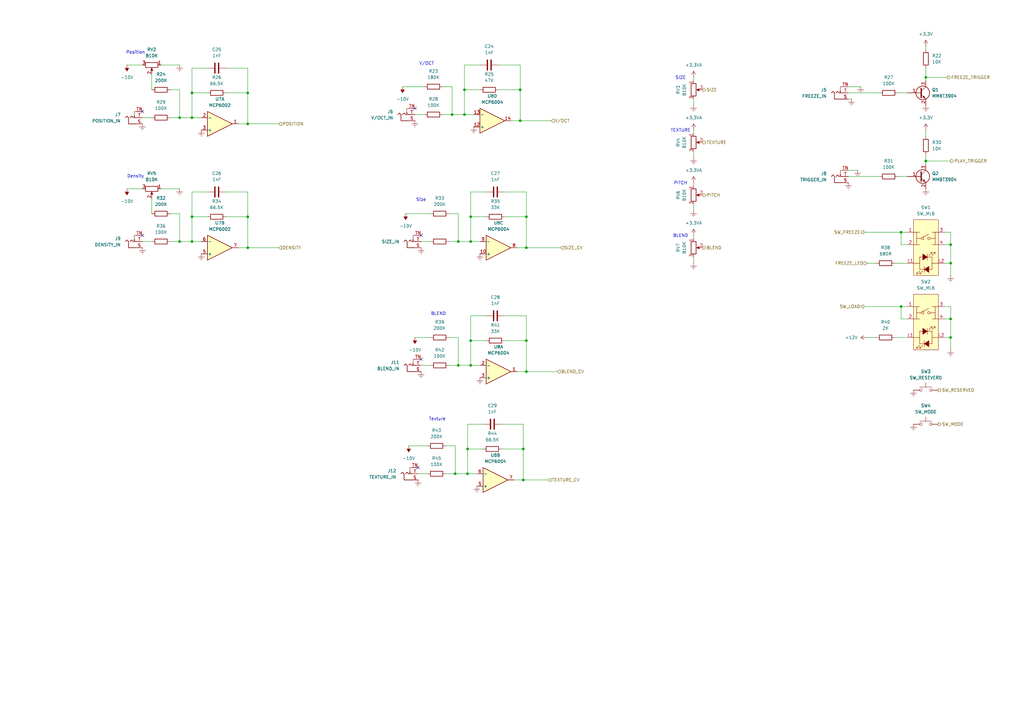
<source format=kicad_sch>
(kicad_sch (version 20231120) (generator "eeschema") (generator_version "8.0")
  (paper "A3")
  (lib_symbols
    (symbol "Amplifier_Operational:MCP6002-xSN" (pin_names (offset 0.127))
      (property "Reference" "U" (at 0 5.08 0))
      (property "Value" "MCP6002-xSN" (at 0 -5.08 0))
      (symbol "MCP6002-xSN_1_1"
        (polyline (pts (xy -5.08 5.08) (xy 5.08 0) (xy -5.08 -5.08) (xy -5.08 5.08)) (stroke (width 0.254)) (fill (type background)))
        (pin output line (at 7.62 0 180) (length 2.54) (name "~") (number "1"))
        (pin input line (at -7.62 -2.54 0) (length 2.54) (name "-") (number "2"))
        (pin input line (at -7.62 2.54 0) (length 2.54) (name "+") (number "3"))
      )
      (symbol "MCP6002-xSN_2_1"
        (polyline (pts (xy -5.08 5.08) (xy 5.08 0) (xy -5.08 -5.08) (xy -5.08 5.08)) (stroke (width 0.254)) (fill (type background)))
        (pin input line (at -7.62 2.54 0) (length 2.54) (name "+") (number "5"))
        (pin input line (at -7.62 -2.54 0) (length 2.54) (name "-") (number "6"))
        (pin output line (at 7.62 0 180) (length 2.54) (name "~") (number "7"))
      )
      (symbol "MCP6002-xSN_3_1"
        (pin power_in line (at -2.54 -7.62 90) (length 3.81) (name "V-") (number "4"))
        (pin power_in line (at -2.54 7.62 270) (length 3.81) (name "V+") (number "8"))
      )
    )
    (symbol "Amplifier_Operational:MCP6004" (pin_names (offset 0.127))
      (property "Reference" "U" (at 0 5.08 0))
      (property "Value" "MCP6004" (at 0 -5.08 0))
      (symbol "MCP6004_1_1"
        (polyline (pts (xy -5.08 5.08) (xy 5.08 0) (xy -5.08 -5.08) (xy -5.08 5.08)) (stroke (width 0.254)) (fill (type background)))
        (pin output line (at 7.62 0 180) (length 2.54) (name "~") (number "1"))
        (pin input line (at -7.62 -2.54 0) (length 2.54) (name "-") (number "2"))
        (pin input line (at -7.62 2.54 0) (length 2.54) (name "+") (number "3"))
      )
      (symbol "MCP6004_2_1"
        (polyline (pts (xy -5.08 5.08) (xy 5.08 0) (xy -5.08 -5.08) (xy -5.08 5.08)) (stroke (width 0.254)) (fill (type background)))
        (pin input line (at -7.62 2.54 0) (length 2.54) (name "+") (number "5"))
        (pin input line (at -7.62 -2.54 0) (length 2.54) (name "-") (number "6"))
        (pin output line (at 7.62 0 180) (length 2.54) (name "~") (number "7"))
      )
      (symbol "MCP6004_3_1"
        (polyline (pts (xy -5.08 5.08) (xy 5.08 0) (xy -5.08 -5.08) (xy -5.08 5.08)) (stroke (width 0.254)) (fill (type background)))
        (pin input line (at -7.62 2.54 0) (length 2.54) (name "+") (number "10"))
        (pin output line (at 7.62 0 180) (length 2.54) (name "~") (number "8"))
        (pin input line (at -7.62 -2.54 0) (length 2.54) (name "-") (number "9"))
      )
      (symbol "MCP6004_4_1"
        (polyline (pts (xy -5.08 5.08) (xy 5.08 0) (xy -5.08 -5.08) (xy -5.08 5.08)) (stroke (width 0.254)) (fill (type background)))
        (pin input line (at -7.62 2.54 0) (length 2.54) (name "+") (number "12"))
        (pin input line (at -7.62 -2.54 0) (length 2.54) (name "-") (number "13"))
        (pin output line (at 7.62 0 180) (length 2.54) (name "~") (number "14"))
      )
      (symbol "MCP6004_5_1"
        (pin power_in line (at -2.54 -7.62 90) (length 3.81) (name "V-") (number "11"))
        (pin power_in line (at -2.54 7.62 270) (length 3.81) (name "V+") (number "4"))
      )
    )
    (symbol "Device:C" (pin_numbers hide) (pin_names (offset 0.254))
      (property "Reference" "C" (at 0.635 2.54 0))
      (property "Value" "C" (at 0.635 -2.54 0))
      (symbol "C_0_1"
        (polyline (pts (xy -2.032 -0.762) (xy 2.032 -0.762)) (stroke (width 0.508)))
        (polyline (pts (xy -2.032 0.762) (xy 2.032 0.762)) (stroke (width 0.508)))
      )
      (symbol "C_1_1"
        (pin passive line (at 0 3.81 270) (length 2.794) (name "~") (number "1"))
        (pin passive line (at 0 -3.81 90) (length 2.794) (name "~") (number "2"))
      )
    )
    (symbol "Device:R" (pin_numbers hide) (pin_names (offset 0))
      (property "Reference" "R" (at 2.032 0 90))
      (property "Value" "R" (at 0 0 90))
      (symbol "R_0_1"
        (rectangle (start -1.016 -2.54) (end 1.016 2.54) (stroke (width 0.254)))
      )
      (symbol "R_1_1"
        (pin passive line (at 0 3.81 270) (length 1.27) (name "~") (number "1"))
        (pin passive line (at 0 -3.81 90) (length 1.27) (name "~") (number "2"))
      )
    )
    (symbol "Library:SW_ML6" (pin_names (offset 1.016) hide)
      (property "Reference" "SW" (at 0 16.256 0))
      (property "Value" "SW_ML6" (at 0 -8.89 0))
      (symbol "SW_ML6_0_0"
        (polyline (pts (xy -5.08 -2.54) (xy -2.54 -2.54)))
        (polyline (pts (xy -5.08 5.08) (xy -2.54 5.08)))
        (polyline (pts (xy -5.08 10.16) (xy -2.54 10.16)))
        (polyline (pts (xy -3.81 -6.985) (xy -2.54 -5.715)))
        (polyline (pts (xy -2.54 -6.985) (xy -1.27 -5.715)))
        (polyline (pts (xy -2.54 -5.08) (xy 2.54 -5.08)))
        (polyline (pts (xy -2.54 0) (xy -2.54 -5.08)))
        (polyline (pts (xy -0.635 -3.81) (xy -0.635 -6.35)))
        (polyline (pts (xy 0.635 1.27) (xy 0.635 -1.27)))
        (polyline (pts (xy 2.54 0) (xy -2.54 0)))
        (polyline (pts (xy 2.54 0) (xy 2.54 -5.08)))
        (polyline (pts (xy 2.54 1.905) (xy 1.27 0.635)))
        (polyline (pts (xy 2.54 5.08) (xy 5.08 5.08)))
        (polyline (pts (xy 2.54 10.16) (xy 5.08 10.16)))
        (polyline (pts (xy 3.81 1.905) (xy 2.54 0.635)))
        (polyline (pts (xy 5.08 -2.54) (xy 2.54 -2.54)))
        (polyline (pts (xy -3.81 -6.35) (xy -3.81 -6.985) (xy -3.175 -6.985)))
        (polyline (pts (xy -2.54 -6.35) (xy -2.54 -6.985) (xy -1.905 -6.985)))
        (polyline (pts (xy 2.54 1.27) (xy 2.54 1.905) (xy 1.905 1.905)))
        (polyline (pts (xy 3.81 1.27) (xy 3.81 1.905) (xy 3.175 1.905)))
        (polyline (pts (xy -0.635 -5.08) (xy 1.27 -3.81) (xy 1.27 -6.35) (xy -0.635 -5.08)) (fill (type outline)))
        (polyline (pts (xy 0.635 0) (xy -1.27 1.27) (xy -1.27 -1.27) (xy 0.635 0)) (fill (type outline)))
      )
      (symbol "SW_ML6_0_1"
        (circle (center -1.27 7.62) (radius 0.508))
        (polyline (pts (xy -3.81 5.08) (xy -3.81 10.16)))
        (polyline (pts (xy 3.81 10.16) (xy 3.81 5.08)))
        (polyline (pts (xy -3.81 7.62) (xy -1.7848 7.6186) (xy -2.54 7.62)))
        (circle (center 1.27 7.62) (radius 0.508))
        (pin passive line (at -7.62 10.16 0) (length 2.54) (name "1") (number "1"))
        (pin passive line (at 7.62 5.08 180) (length 2.54) (name "A") (number "4"))
      )
      (symbol "SW_ML6_1_1"
        (rectangle (start -5.08 15.24) (end 5.08 -7.62) (fill (type background)))
        (polyline (pts (xy -1.2812 8.136) (xy 1.1414 9.3278)))
        (polyline (pts (xy 1.7834 7.6307) (xy 3.8086 7.6293) (xy 3.0534 7.6307)))
        (pin passive line (at -7.62 5.08 0) (length 2.54) (name "2") (number "2"))
        (pin passive line (at 7.62 10.16 180) (length 2.54) (name "3") (number "3"))
        (pin passive line (at -7.62 -2.54 0) (length 2.54) (name "L1") (number "L1"))
        (pin passive line (at 7.62 -2.54 180) (length 2.54) (name "L2") (number "L2"))
      )
    )
    (symbol "Switch:SW_Push" (pin_numbers hide) (pin_names (offset 1.016) hide)
      (property "Reference" "SW" (at 1.27 2.54 0))
      (property "Value" "SW_Push" (at 0 -1.524 0))
      (symbol "SW_Push_0_1"
        (circle (center -2.032 0) (radius 0.508))
        (polyline (pts (xy 0 1.27) (xy 0 3.048)))
        (polyline (pts (xy 2.54 1.27) (xy -2.54 1.27)))
        (circle (center 2.032 0) (radius 0.508))
        (pin passive line (at -5.08 0 0) (length 2.54) (name "1") (number "1"))
        (pin passive line (at 5.08 0 180) (length 2.54) (name "2") (number "2"))
      )
    )
    (symbol "Transistor_BJT:MMBT3904" (pin_names (offset 0) hide)
      (property "Reference" "Q" (at 5.08 1.905 0))
      (property "Value" "MMBT3904" (at 5.08 0 0))
      (symbol "MMBT3904_0_1"
        (polyline (pts (xy 0.635 0.635) (xy 2.54 2.54)))
        (polyline (pts (xy 0.635 -0.635) (xy 2.54 -2.54) (xy 2.54 -2.54)))
        (polyline (pts (xy 0.635 1.905) (xy 0.635 -1.905) (xy 0.635 -1.905)) (stroke (width 0.508)))
        (polyline (pts (xy 1.27 -1.778) (xy 1.778 -1.27) (xy 2.286 -2.286) (xy 1.27 -1.778) (xy 1.27 -1.778)) (fill (type outline)))
        (circle (center 1.27 0) (radius 2.8194) (stroke (width 0.254)))
      )
      (symbol "MMBT3904_1_1"
        (pin input line (at -5.08 0 0) (length 5.715) (name "B") (number "1"))
        (pin passive line (at 2.54 -5.08 90) (length 2.54) (name "E") (number "2"))
        (pin passive line (at 2.54 5.08 270) (length 2.54) (name "C") (number "3"))
      )
    )
    (symbol "power:+12V" (power) (pin_numbers hide) (pin_names (offset 0) hide)
      (property "Value" "+12V" (at 0 3.556 0))
      (symbol "+12V_0_1"
        (polyline (pts (xy -0.762 1.27) (xy 0 2.54)))
        (polyline (pts (xy 0 0) (xy 0 2.54)))
        (polyline (pts (xy 0 2.54) (xy 0.762 1.27)))
      )
      (symbol "+12V_1_1"
        (pin power_in line (at 0 0 90) (length 0) (name "~") (number "1"))
      )
    )
    (symbol "power:+3.3V" (power) (pin_numbers hide) (pin_names (offset 0) hide)
      (property "Value" "+3.3V" (at 0 3.556 0))
      (symbol "+3.3V_0_1"
        (polyline (pts (xy -0.762 1.27) (xy 0 2.54)))
        (polyline (pts (xy 0 0) (xy 0 2.54)))
        (polyline (pts (xy 0 2.54) (xy 0.762 1.27)))
      )
      (symbol "+3.3V_1_1"
        (pin power_in line (at 0 0 90) (length 0) (name "~") (number "1"))
      )
    )
    (symbol "power:-10V" (power) (pin_numbers hide) (pin_names (offset 0) hide)
      (property "Value" "-10V" (at 0 3.556 0))
      (symbol "-10V_0_0"
        (pin power_in line (at 0 0 90) (length 0) (name "~") (number "1"))
      )
      (symbol "-10V_0_1"
        (polyline (pts (xy 0 0) (xy 0 1.27) (xy 0.762 1.27) (xy 0 2.54) (xy -0.762 1.27) (xy 0 1.27)) (fill (type outline)))
      )
    )
    (symbol "power:GNDREF" (power) (pin_numbers hide) (pin_names (offset 0) hide)
      (property "Value" "GNDREF" (at 0 -3.81 0))
      (symbol "GNDREF_0_1"
        (polyline (pts (xy -0.635 -1.905) (xy 0.635 -1.905)))
        (polyline (pts (xy -0.127 -2.54) (xy 0.127 -2.54)))
        (polyline (pts (xy 0 -1.27) (xy 0 0)))
        (polyline (pts (xy 1.27 -1.27) (xy -1.27 -1.27)))
      )
      (symbol "GNDREF_1_1"
        (pin power_in line (at 0 0 270) (length 0) (name "~") (number "1"))
      )
    )
    (symbol "synth:AudioJack_Mono_3.5mm"
      (property "Reference" "J" (at 0 8.89 0))
      (property "Value" "AudioJack_Mono_3.5mm" (at 0 6.35 0))
      (symbol "AudioJack_Mono_3.5mm_0_1"
        (polyline (pts (xy 1.778 -0.254) (xy 2.032 -0.762)))
        (polyline (pts (xy 0 0) (xy 0.635 -0.635) (xy 1.27 0) (xy 2.54 0)) (stroke (width 0.254)))
        (polyline (pts (xy 2.54 -2.54) (xy 1.778 -2.54) (xy 1.778 -0.254) (xy 1.524 -0.762)))
        (polyline (pts (xy 2.54 2.54) (xy -0.635 2.54) (xy -0.635 0) (xy -1.27 -0.635) (xy -1.905 0)) (stroke (width 0.254)))
      )
      (symbol "AudioJack_Mono_3.5mm_1_1"
        (pin passive line (at 5.08 2.54 180) (length 2.54) (name "~") (number "S"))
        (pin passive line (at 5.08 0 180) (length 2.54) (name "~") (number "T"))
        (pin passive line (at 5.08 -2.54 180) (length 2.54) (name "~") (number "TN"))
      )
    )
    (symbol "synth:R_Potentiometer (P0915N)" (pin_names (offset 1.016) hide)
      (property "Reference" "RV" (at -4.445 0 90))
      (property "Value" "R_Potentiometer" (at -2.54 0 90))
      (symbol "R_Potentiometer (P0915N)_0_1"
        (rectangle (start -1.016 2.54) (end 1.016 -2.54) (stroke (width 0.254)))
        (polyline (pts (xy 2.54 0) (xy 1.524 0)))
        (polyline (pts (xy 1.143 0) (xy 2.286 0.508) (xy 2.286 -0.508) (xy 1.143 0)) (fill (type outline)))
      )
      (symbol "R_Potentiometer (P0915N)_1_1"
        (pin passive line (at 0 3.81 270) (length 1.27) (name "1") (number "1"))
        (pin passive line (at 3.81 0 180) (length 1.27) (name "2") (number "2"))
        (pin passive line (at 0 -3.81 90) (length 1.27) (name "3") (number "3"))
      )
    )
  )
  (junction (at 190.5 36.83))
  (junction (at 389.89 100.33))
  (junction (at 193.04 88.9))
  (junction (at 214.63 184.15))
  (junction (at 187.96 99.06))
  (junction (at 73.66 48.26))
  (junction (at 215.9 139.7))
  (junction (at 213.36 36.83))
  (junction (at 389.89 130.81))
  (junction (at 193.04 99.06))
  (junction (at 193.04 139.7))
  (junction (at 78.74 38.1))
  (junction (at 193.04 149.86))
  (junction (at 215.9 152.4))
  (junction (at 389.89 107.95))
  (junction (at 379.73 66.04))
  (junction (at 215.9 88.9))
  (junction (at 101.6 38.1))
  (junction (at 78.74 48.26))
  (junction (at 187.96 149.86))
  (junction (at 191.77 194.31))
  (junction (at 101.6 101.6))
  (junction (at 101.6 88.9))
  (junction (at 73.66 99.06))
  (junction (at 369.57 125.73))
  (junction (at 185.42 46.99))
  (junction (at 186.69 194.31))
  (junction (at 78.74 88.9))
  (junction (at 101.6 50.8))
  (junction (at 213.36 49.53))
  (junction (at 190.5 46.99))
  (junction (at 78.74 99.06))
  (junction (at 379.73 31.75))
  (junction (at 191.77 184.15))
  (junction (at 369.57 95.25))
  (junction (at 214.63 196.85))
  (junction (at 389.89 138.43))
  (junction (at 215.9 101.6))
  (no_connect (at 58.42 96.52))
  (no_connect (at 172.72 96.52))
  (no_connect (at 58.42 45.72))
  (no_connect (at 170.18 44.45))
  (no_connect (at 172.72 147.32))
  (no_connect (at 171.45 191.77))
  (wire (pts (xy 215.9 101.6) (xy 229.87 101.6)))
  (wire (pts (xy 284.48 31.75) (xy 284.48 33.02)))
  (wire (pts (xy 73.66 77.47) (xy 66.04 77.47)))
  (wire (pts (xy 387.35 138.43) (xy 389.89 138.43)))
  (wire (pts (xy 196.85 26.67) (xy 190.5 26.67)))
  (wire (pts (xy 92.71 88.9) (xy 101.6 88.9)))
  (wire (pts (xy 360.68 38.1) (xy 347.98 38.1)))
  (wire (pts (xy 62.23 87.63) (xy 62.23 81.28)))
  (wire (pts (xy 379.73 63.5) (xy 379.73 66.04)))
  (wire (pts (xy 78.74 27.94) (xy 78.74 38.1)))
  (wire (pts (xy 379.73 27.94) (xy 379.73 31.75)))
  (wire (pts (xy 193.04 88.9) (xy 193.04 99.06)))
  (wire (pts (xy 78.74 88.9) (xy 85.09 88.9)))
  (wire (pts (xy 284.48 96.52) (xy 284.48 97.79)))
  (wire (pts (xy 367.03 107.95) (xy 372.11 107.95)))
  (wire (pts (xy 379.73 66.04) (xy 379.73 67.31)))
  (wire (pts (xy 199.39 129.54) (xy 193.04 129.54)))
  (wire (pts (xy 191.77 184.15) (xy 198.12 184.15)))
  (wire (pts (xy 193.04 139.7) (xy 199.39 139.7)))
  (wire (pts (xy 389.89 95.25) (xy 387.35 95.25)))
  (wire (pts (xy 353.06 35.56) (xy 347.98 35.56)))
  (wire (pts (xy 213.36 26.67) (xy 204.47 26.67)))
  (wire (pts (xy 101.6 101.6) (xy 114.3 101.6)))
  (wire (pts (xy 73.66 26.67) (xy 66.04 26.67)))
  (wire (pts (xy 372.11 100.33) (xy 369.57 100.33)))
  (wire (pts (xy 389.89 130.81) (xy 389.89 125.73)))
  (wire (pts (xy 387.35 100.33) (xy 389.89 100.33)))
  (wire (pts (xy 82.55 99.06) (xy 78.74 99.06)))
  (wire (pts (xy 69.85 36.83) (xy 73.66 36.83)))
  (wire (pts (xy 389.89 125.73) (xy 387.35 125.73)))
  (wire (pts (xy 215.9 139.7) (xy 215.9 129.54)))
  (wire (pts (xy 389.89 100.33) (xy 389.89 95.25)))
  (wire (pts (xy 369.57 130.81) (xy 369.57 125.73)))
  (wire (pts (xy 62.23 36.83) (xy 62.23 30.48)))
  (wire (pts (xy 205.74 184.15) (xy 214.63 184.15)))
  (wire (pts (xy 193.04 129.54) (xy 193.04 139.7)))
  (wire (pts (xy 387.35 130.81) (xy 389.89 130.81)))
  (wire (pts (xy 101.6 38.1) (xy 101.6 27.94)))
  (wire (pts (xy 191.77 173.99) (xy 191.77 184.15)))
  (wire (pts (xy 347.98 40.64) (xy 349.25 40.64)))
  (wire (pts (xy 213.36 36.83) (xy 213.36 26.67)))
  (wire (pts (xy 284.48 74.93) (xy 284.48 76.2)))
  (wire (pts (xy 198.12 173.99) (xy 191.77 173.99)))
  (wire (pts (xy 78.74 88.9) (xy 78.74 99.06)))
  (wire (pts (xy 209.55 49.53) (xy 213.36 49.53)))
  (wire (pts (xy 191.77 194.31) (xy 186.69 194.31)))
  (wire (pts (xy 372.11 130.81) (xy 369.57 130.81)))
  (wire (pts (xy 193.04 149.86) (xy 187.96 149.86)))
  (wire (pts (xy 284.48 53.34) (xy 284.48 54.61)))
  (wire (pts (xy 387.35 107.95) (xy 389.89 107.95)))
  (wire (pts (xy 210.82 196.85) (xy 214.63 196.85)))
  (wire (pts (xy 191.77 184.15) (xy 191.77 194.31)))
  (wire (pts (xy 73.66 99.06) (xy 69.85 99.06)))
  (wire (pts (xy 193.04 99.06) (xy 187.96 99.06)))
  (wire (pts (xy 214.63 196.85) (xy 224.79 196.85)))
  (wire (pts (xy 170.18 138.43) (xy 176.53 138.43)))
  (wire (pts (xy 204.47 36.83) (xy 213.36 36.83)))
  (wire (pts (xy 78.74 38.1) (xy 85.09 38.1)))
  (wire (pts (xy 73.66 48.26) (xy 69.85 48.26)))
  (wire (pts (xy 101.6 50.8) (xy 114.3 50.8)))
  (wire (pts (xy 215.9 152.4) (xy 215.9 139.7)))
  (wire (pts (xy 101.6 27.94) (xy 92.71 27.94)))
  (wire (pts (xy 215.9 88.9) (xy 215.9 78.74)))
  (wire (pts (xy 389.89 113.03) (xy 389.89 107.95)))
  (wire (pts (xy 85.09 27.94) (xy 78.74 27.94)))
  (wire (pts (xy 52.07 77.47) (xy 58.42 77.47)))
  (wire (pts (xy 187.96 87.63) (xy 187.96 99.06)))
  (wire (pts (xy 193.04 78.74) (xy 193.04 88.9)))
  (wire (pts (xy 372.11 38.1) (xy 368.3 38.1)))
  (wire (pts (xy 78.74 38.1) (xy 78.74 48.26)))
  (wire (pts (xy 193.04 88.9) (xy 199.39 88.9)))
  (wire (pts (xy 187.96 149.86) (xy 184.15 149.86)))
  (wire (pts (xy 207.01 88.9) (xy 215.9 88.9)))
  (wire (pts (xy 186.69 194.31) (xy 182.88 194.31)))
  (wire (pts (xy 97.79 50.8) (xy 101.6 50.8)))
  (wire (pts (xy 166.37 87.63) (xy 176.53 87.63)))
  (wire (pts (xy 215.9 101.6) (xy 215.9 88.9)))
  (wire (pts (xy 379.73 31.75) (xy 379.73 33.02)))
  (wire (pts (xy 351.79 69.85) (xy 347.98 69.85)))
  (wire (pts (xy 372.11 72.39) (xy 368.3 72.39)))
  (wire (pts (xy 73.66 87.63) (xy 73.66 99.06)))
  (wire (pts (xy 85.09 78.74) (xy 78.74 78.74)))
  (wire (pts (xy 355.6 138.43) (xy 359.41 138.43)))
  (wire (pts (xy 187.96 138.43) (xy 187.96 149.86)))
  (wire (pts (xy 167.64 182.88) (xy 175.26 182.88)))
  (wire (pts (xy 215.9 152.4) (xy 228.6 152.4)))
  (wire (pts (xy 213.36 49.53) (xy 213.36 36.83)))
  (wire (pts (xy 379.73 53.34) (xy 379.73 55.88)))
  (wire (pts (xy 360.68 72.39) (xy 347.98 72.39)))
  (wire (pts (xy 193.04 139.7) (xy 193.04 149.86)))
  (wire (pts (xy 389.89 138.43) (xy 389.89 130.81)))
  (wire (pts (xy 92.71 38.1) (xy 101.6 38.1)))
  (wire (pts (xy 62.23 99.06) (xy 58.42 99.06)))
  (wire (pts (xy 194.31 46.99) (xy 190.5 46.99)))
  (wire (pts (xy 78.74 99.06) (xy 73.66 99.06)))
  (wire (pts (xy 214.63 196.85) (xy 214.63 184.15)))
  (wire (pts (xy 355.6 107.95) (xy 359.41 107.95)))
  (wire (pts (xy 212.09 152.4) (xy 215.9 152.4)))
  (wire (pts (xy 101.6 50.8) (xy 101.6 38.1)))
  (wire (pts (xy 215.9 129.54) (xy 207.01 129.54)))
  (wire (pts (xy 207.01 139.7) (xy 215.9 139.7)))
  (wire (pts (xy 212.09 101.6) (xy 215.9 101.6)))
  (wire (pts (xy 284.48 64.77) (xy 284.48 62.23)))
  (wire (pts (xy 379.73 31.75) (xy 388.62 31.75)))
  (wire (pts (xy 379.73 19.05) (xy 379.73 20.32)))
  (wire (pts (xy 369.57 95.25) (xy 372.11 95.25)))
  (wire (pts (xy 369.57 100.33) (xy 369.57 95.25)))
  (wire (pts (xy 101.6 101.6) (xy 101.6 88.9)))
  (wire (pts (xy 187.96 99.06) (xy 184.15 99.06)))
  (wire (pts (xy 52.07 26.67) (xy 58.42 26.67)))
  (wire (pts (xy 369.57 125.73) (xy 372.11 125.73)))
  (wire (pts (xy 185.42 46.99) (xy 181.61 46.99)))
  (wire (pts (xy 176.53 99.06) (xy 172.72 99.06)))
  (wire (pts (xy 389.89 143.51) (xy 389.89 138.43)))
  (wire (pts (xy 101.6 78.74) (xy 92.71 78.74)))
  (wire (pts (xy 176.53 149.86) (xy 172.72 149.86)))
  (wire (pts (xy 214.63 173.99) (xy 205.74 173.99)))
  (wire (pts (xy 284.48 107.95) (xy 284.48 105.41)))
  (wire (pts (xy 181.61 35.56) (xy 185.42 35.56)))
  (wire (pts (xy 367.03 138.43) (xy 372.11 138.43)))
  (wire (pts (xy 101.6 88.9) (xy 101.6 78.74)))
  (wire (pts (xy 284.48 43.18) (xy 284.48 40.64)))
  (wire (pts (xy 82.55 48.26) (xy 78.74 48.26)))
  (wire (pts (xy 354.33 95.25) (xy 369.57 95.25)))
  (wire (pts (xy 73.66 36.83) (xy 73.66 48.26)))
  (wire (pts (xy 195.58 194.31) (xy 191.77 194.31)))
  (wire (pts (xy 190.5 26.67) (xy 190.5 36.83)))
  (wire (pts (xy 97.79 101.6) (xy 101.6 101.6)))
  (wire (pts (xy 214.63 184.15) (xy 214.63 173.99)))
  (wire (pts (xy 78.74 48.26) (xy 73.66 48.26)))
  (wire (pts (xy 182.88 182.88) (xy 186.69 182.88)))
  (wire (pts (xy 184.15 138.43) (xy 187.96 138.43)))
  (wire (pts (xy 354.33 125.73) (xy 369.57 125.73)))
  (wire (pts (xy 213.36 49.53) (xy 226.06 49.53)))
  (wire (pts (xy 185.42 35.56) (xy 185.42 46.99)))
  (wire (pts (xy 284.48 86.36) (xy 284.48 83.82)))
  (wire (pts (xy 190.5 36.83) (xy 196.85 36.83)))
  (wire (pts (xy 62.23 48.26) (xy 58.42 48.26)))
  (wire (pts (xy 69.85 87.63) (xy 73.66 87.63)))
  (wire (pts (xy 175.26 194.31) (xy 171.45 194.31)))
  (wire (pts (xy 184.15 87.63) (xy 187.96 87.63)))
  (wire (pts (xy 190.5 36.83) (xy 190.5 46.99)))
  (wire (pts (xy 78.74 78.74) (xy 78.74 88.9)))
  (wire (pts (xy 389.89 107.95) (xy 389.89 100.33)))
  (wire (pts (xy 173.99 46.99) (xy 170.18 46.99)))
  (wire (pts (xy 190.5 46.99) (xy 185.42 46.99)))
  (wire (pts (xy 165.1 35.56) (xy 173.99 35.56)))
  (wire (pts (xy 199.39 78.74) (xy 193.04 78.74)))
  (wire (pts (xy 186.69 182.88) (xy 186.69 194.31)))
  (wire (pts (xy 196.85 99.06) (xy 193.04 99.06)))
  (wire (pts (xy 215.9 78.74) (xy 207.01 78.74)))
  (wire (pts (xy 196.85 149.86) (xy 193.04 149.86)))
  (wire (pts (xy 379.73 66.04) (xy 389.89 66.04)))
  (text "Position" (at 55.626 21.59 0) (effects (font (size 1.27 1.27))))
  (text "Density" (at 55.626 72.39 0) (effects (font (size 1.27 1.27))))
  (text "SIZE" (at 279.146 32.004 0) (effects (font (size 1.27 1.27))))
  (text "BLEND" (at 179.832 128.778 0) (effects (font (size 1.27 1.27))))
  (text "PITCH" (at 279.146 75.184 0) (effects (font (size 1.27 1.27))))
  (text "BLEND" (at 279.146 96.774 0) (effects (font (size 1.27 1.27))))
  (text "Texture" (at 179.324 171.958 0) (effects (font (size 1.27 1.27))))
  (text "Size" (at 172.72 82.042 0) (effects (font (size 1.27 1.27))))
  (text "TEXTURE" (at 279.146 53.594 0) (effects (font (size 1.27 1.27))))
  (text "V/OCT" (at 175.006 26.162 0) (effects (font (size 1.27 1.27))))
  (hierarchical_label "TEXTURE_CV" (shape input) (at 224.79 196.85 0))
  (hierarchical_label "SW_RESERVED" (shape output) (at 384.81 160.02 0))
  (hierarchical_label "SW_FREEZE" (shape output) (at 354.33 95.25 180))
  (hierarchical_label "DENSITY" (shape input) (at 114.3 101.6 0))
  (hierarchical_label "SIZE" (shape output) (at 288.29 36.83 0))
  (hierarchical_label "POSITION" (shape input) (at 114.3 50.8 0))
  (hierarchical_label "PITCH" (shape output) (at 288.29 80.01 0))
  (hierarchical_label "FREEZE_TRIGGER" (shape output) (at 388.62 31.75 0))
  (hierarchical_label "PLAY_TRIGGER" (shape output) (at 389.89 66.04 0))
  (hierarchical_label "SW_LOAD" (shape output) (at 354.33 125.73 180))
  (hierarchical_label "BLEND" (shape output) (at 288.29 101.6 0))
  (hierarchical_label "FREEZE_LED" (shape input) (at 355.6 107.95 180))
  (hierarchical_label "SW_MODE" (shape output) (at 384.81 173.99 0))
  (hierarchical_label "BLEND_CV" (shape input) (at 228.6 152.4 0))
  (hierarchical_label "SIZE_CV" (shape input) (at 229.87 101.6 0))
  (hierarchical_label "TEXTURE" (shape output) (at 288.29 58.42 0))
  (hierarchical_label "V{slash}OCT" (shape input) (at 226.06 49.53 0))
  (symbol (lib_id "power:GNDREF") (at 58.42 101.6 0) (unit 1)
    (property "Reference" "#PWR075" (effects (hide yes)))
    (property "Value" "GNDREF" (effects (hide yes)))
    (property "Description" "Power symbol creates a global label with name \"GNDREF\" , reference supply ground" (effects (hide yes)))
  )
  (symbol (lib_id "Transistor_BJT:MMBT3904") (at 377.19 38.1 0) (unit 1)
    (property "Reference" "Q1" (at 382.27 36.8299 0) (effects (justify left)))
    (property "Value" "MMBT3904" (at 382.27 39.3699 0) (effects (justify left)))
    (property "Footprint" "Package_TO_SOT_SMD:SOT-23_Handsoldering" (effects (hide yes)))
    (property "Datasheet" "https://www.onsemi.com/pdf/datasheet/pzt3904-d.pdf" (effects (hide yes)))
    (property "Description" "0.2A Ic, 40V Vce, Small Signal NPN Transistor, SOT-23" (effects (hide yes)))
  )
  (symbol (lib_id "power:+3.3V") (at 379.73 53.34 0) (unit 1)
    (property "Reference" "#PWR064" (effects (hide yes)))
    (property "Value" "+3.3V" (at 379.73 48.26 0))
    (property "Description" "Power symbol creates a global label with name \"+3.3V\"" (effects (hide yes)))
  )
  (symbol (lib_id "Amplifier_Operational:MCP6004") (at 201.93 49.53 0) (mirror x) (unit 4)
    (property "Reference" "U8" (at 201.93 39.37 0))
    (property "Value" "MCP6004" (at 201.93 41.91 0))
    (property "Footprint" "Synth:SOIC-14" (effects (hide yes)))
    (property "Datasheet" "http://ww1.microchip.com/downloads/en/DeviceDoc/21733j.pdf" (effects (hide yes)))
    (property "Description" "1MHz, Low-Power Op Amp, DIP-14/SOIC-14/TSSOP-14" (effects (hide yes)))
  )
  (symbol (lib_id "power:+12V") (at 355.6 138.43 90) (unit 1)
    (property "Reference" "#PWR082" (effects (hide yes)))
    (property "Value" "+12V" (at 351.79 138.4299 90) (effects (justify left)))
    (property "Description" "Power symbol creates a global label with name \"+12V\"" (effects (hide yes)))
  )
  (symbol (lib_id "power:+3.3V") (at 284.48 96.52 0) (unit 1)
    (property "Reference" "#PWR074" (effects (hide yes)))
    (property "Value" "+3.3VA" (at 284.48 91.44 0))
    (property "Description" "Power symbol creates a global label with name \"+3.3V\"" (effects (hide yes)))
  )
  (symbol (lib_id "power:GNDREF") (at 351.79 69.85 0) (unit 1)
    (property "Reference" "#PWR066" (effects (hide yes)))
    (property "Value" "GNDREF" (effects (hide yes)))
    (property "Description" "Power symbol creates a global label with name \"GNDREF\" , reference supply ground" (effects (hide yes)))
  )
  (symbol (lib_id "power:GNDREF") (at 347.98 74.93 0) (unit 1)
    (property "Reference" "#PWR068" (effects (hide yes)))
    (property "Value" "GNDREF" (effects (hide yes)))
    (property "Description" "Power symbol creates a global label with name \"GNDREF\" , reference supply ground" (effects (hide yes)))
  )
  (symbol (lib_id "Amplifier_Operational:MCP6002-xSN") (at 90.17 50.8 0) (mirror x) (unit 1)
    (property "Reference" "U7" (at 90.17 40.64 0))
    (property "Value" "MCP6002" (at 90.17 43.18 0))
    (property "Footprint" "Synth:SOIC-8" (effects (hide yes)))
    (property "Datasheet" "http://ww1.microchip.com/downloads/en/DeviceDoc/21733j.pdf" (effects (hide yes)))
    (property "Description" "1MHz, Low-Power Op Amp, SOIC-8" (effects (hide yes)))
  )
  (symbol (lib_id "Amplifier_Operational:MCP6004") (at 204.47 152.4 0) (mirror x) (unit 1)
    (property "Reference" "U8" (at 204.47 142.24 0))
    (property "Value" "MCP6004" (at 204.47 144.78 0))
    (property "Footprint" "Synth:SOIC-14" (effects (hide yes)))
    (property "Datasheet" "http://ww1.microchip.com/downloads/en/DeviceDoc/21733j.pdf" (effects (hide yes)))
    (property "Description" "1MHz, Low-Power Op Amp, DIP-14/SOIC-14/TSSOP-14" (effects (hide yes)))
  )
  (symbol (lib_id "power:GNDREF") (at 73.66 26.67 0) (unit 1)
    (property "Reference" "#PWR052" (effects (hide yes)))
    (property "Value" "GNDREF" (effects (hide yes)))
    (property "Description" "Power symbol creates a global label with name \"GNDREF\" , reference supply ground" (effects (hide yes)))
  )
  (symbol (lib_id "Device:R") (at 201.93 184.15 90) (unit 1)
    (property "Reference" "R44" (at 201.93 177.8 90))
    (property "Value" "66.5K" (at 201.93 180.34 90))
    (property "Footprint" "Resistor_SMD:R_0805_2012Metric_Pad1.20x1.40mm_HandSolder" (effects (hide yes)))
    (property "Description" "Resistor" (effects (hide yes)))
  )
  (symbol (lib_id "power:GNDREF") (at 196.85 104.14 0) (unit 1)
    (property "Reference" "#PWR078" (effects (hide yes)))
    (property "Value" "GNDREF" (effects (hide yes)))
    (property "Description" "Power symbol creates a global label with name \"GNDREF\" , reference supply ground" (effects (hide yes)))
  )
  (symbol (lib_id "Device:R") (at 66.04 87.63 90) (unit 1)
    (property "Reference" "R32" (at 66.04 81.28 90))
    (property "Value" "200K" (at 66.04 83.82 90))
    (property "Footprint" "Resistor_SMD:R_0805_2012Metric_Pad1.20x1.40mm_HandSolder" (effects (hide yes)))
    (property "Description" "Resistor" (effects (hide yes)))
  )
  (symbol (lib_id "power:GNDREF") (at 389.89 113.03 0) (unit 1)
    (property "Reference" "#PWR080" (effects (hide yes)))
    (property "Value" "GNDREF" (effects (hide yes)))
    (property "Description" "Power symbol creates a global label with name \"GNDREF\" , reference supply ground" (effects (hide yes)))
  )
  (symbol (lib_id "Device:R") (at 203.2 139.7 90) (unit 1)
    (property "Reference" "R41" (at 203.2 133.35 90))
    (property "Value" "33K" (at 203.2 135.89 90))
    (property "Footprint" "Resistor_SMD:R_0805_2012Metric_Pad1.20x1.40mm_HandSolder" (effects (hide yes)))
    (property "Description" "Resistor" (effects (hide yes)))
  )
  (symbol (lib_id "Library:SW_ML6") (at 379.73 105.41 0) (unit 1)
    (property "Reference" "SW1" (at 379.73 85.09 0))
    (property "Value" "SW_ML6" (at 379.73 87.63 0))
    (property "Footprint" "Synth:ML6-H2T2GQA" (effects (hide yes)))
  )
  (symbol (lib_id "power:-10V") (at 170.18 138.43 180) (unit 1)
    (property "Reference" "#PWR081" (effects (hide yes)))
    (property "Value" "-10V" (at 170.18 143.51 0))
    (property "Description" "Power symbol creates a global label with name \"-10V\"" (effects (hide yes)))
  )
  (symbol (lib_id "Device:R") (at 363.22 107.95 270) (unit 1)
    (property "Reference" "R38" (at 363.22 101.6 90))
    (property "Value" "680R" (at 363.22 104.14 90))
    (property "Footprint" "Resistor_SMD:R_0805_2012Metric_Pad1.20x1.40mm_HandSolder" (effects (hide yes)))
    (property "Description" "Resistor" (effects (hide yes)))
  )
  (symbol (lib_id "synth:R_Potentiometer (P0915N)") (at 62.23 77.47 270) (unit 1)
    (property "Reference" "RV5" (at 62.23 71.12 90))
    (property "Value" "B10K" (at 62.23 73.66 90))
    (property "Footprint" "Synth:Potentiometer_TT_P0915N" (effects (hide yes)))
    (property "Description" "Potentiometer" (effects (hide yes)))
  )
  (symbol (lib_id "synth:AudioJack_Mono_3.5mm") (at 167.64 149.86 0) (mirror x) (unit 1)
    (property "Reference" "J11" (at 163.83 148.6534 0) (effects (justify right)))
    (property "Value" "BLEND_IN" (at 163.83 151.1934 0) (effects (justify right)))
    (property "Footprint" "Synth:Jack_3.5mm_QingPu_WQP-PJ398SM_Vertical_CircularHoles" (effects (hide yes)))
    (property "Description" "Audio Jack, 2 Poles (Mono / TS), Switched T Pole (Normalling)" (effects (hide yes)))
  )
  (symbol (lib_id "synth:AudioJack_Mono_3.5mm") (at 53.34 99.06 0) (mirror x) (unit 1)
    (property "Reference" "J9" (at 49.53 97.8534 0) (effects (justify right)))
    (property "Value" "DENSITY_IN" (at 49.53 100.3934 0) (effects (justify right)))
    (property "Footprint" "Synth:Jack_3.5mm_QingPu_WQP-PJ398SM_Vertical_CircularHoles" (effects (hide yes)))
    (property "Description" "Audio Jack, 2 Poles (Mono / TS), Switched T Pole (Normalling)" (effects (hide yes)))
  )
  (symbol (lib_id "power:-10V") (at 167.64 182.88 180) (unit 1)
    (property "Reference" "#PWR088" (effects (hide yes)))
    (property "Value" "-10V" (at 167.64 187.96 0))
    (property "Description" "Power symbol creates a global label with name \"-10V\"" (effects (hide yes)))
  )
  (symbol (lib_id "synth:R_Potentiometer (P0915N)") (at 284.48 36.83 0) (unit 1)
    (property "Reference" "RV3" (at 278.13 36.83 90))
    (property "Value" "B10K" (at 280.67 36.83 90))
    (property "Footprint" "Synth:Potentiometer_TT_P0915N" (effects (hide yes)))
    (property "Description" "Potentiometer" (effects (hide yes)))
  )
  (symbol (lib_id "power:GNDREF") (at 379.73 43.18 0) (unit 1)
    (property "Reference" "#PWR058" (effects (hide yes)))
    (property "Value" "GNDREF" (effects (hide yes)))
    (property "Description" "Power symbol creates a global label with name \"GNDREF\" , reference supply ground" (effects (hide yes)))
  )
  (symbol (lib_id "Transistor_BJT:MMBT3904") (at 377.19 72.39 0) (unit 1)
    (property "Reference" "Q2" (at 382.27 71.1199 0) (effects (justify left)))
    (property "Value" "MMBT3904" (at 382.27 73.6599 0) (effects (justify left)))
    (property "Footprint" "Package_TO_SOT_SMD:SOT-23_Handsoldering" (effects (hide yes)))
    (property "Datasheet" "https://www.onsemi.com/pdf/datasheet/pzt3904-d.pdf" (effects (hide yes)))
    (property "Description" "0.2A Ic, 40V Vce, Small Signal NPN Transistor, SOT-23" (effects (hide yes)))
  )
  (symbol (lib_id "synth:R_Potentiometer (P0915N)") (at 62.23 26.67 270) (unit 1)
    (property "Reference" "RV2" (at 62.23 20.32 90))
    (property "Value" "B10K" (at 62.23 22.86 90))
    (property "Footprint" "Synth:Potentiometer_TT_P0915N" (effects (hide yes)))
    (property "Description" "Potentiometer" (effects (hide yes)))
  )
  (symbol (lib_id "Device:R") (at 177.8 35.56 90) (unit 1)
    (property "Reference" "R23" (at 177.8 29.21 90))
    (property "Value" "180K" (at 177.8 31.75 90))
    (property "Footprint" "Resistor_SMD:R_0805_2012Metric_Pad1.20x1.40mm_HandSolder" (effects (hide yes)))
    (property "Description" "Resistor" (effects (hide yes)))
  )
  (symbol (lib_id "Device:C") (at 88.9 78.74 270) (unit 1)
    (property "Reference" "C26" (at 88.9 71.12 90))
    (property "Value" "1nF" (at 88.9 73.66 90))
    (property "Footprint" "Capacitor_SMD:C_0805_2012Metric_Pad1.18x1.45mm_HandSolder" (effects (hide yes)))
    (property "Description" "Unpolarized capacitor" (effects (hide yes)))
  )
  (symbol (lib_id "Device:R") (at 200.66 36.83 90) (unit 1)
    (property "Reference" "R25" (at 200.66 30.48 90))
    (property "Value" "47K" (at 200.66 33.02 90))
    (property "Footprint" "Resistor_SMD:R_0805_2012Metric_Pad1.20x1.40mm_HandSolder" (effects (hide yes)))
    (property "Description" "Resistor" (effects (hide yes)))
  )
  (symbol (lib_id "power:GNDREF") (at 284.48 43.18 0) (unit 1)
    (property "Reference" "#PWR057" (effects (hide yes)))
    (property "Value" "GNDREF" (effects (hide yes)))
    (property "Description" "Power symbol creates a global label with name \"GNDREF\" , reference supply ground" (effects (hide yes)))
  )
  (symbol (lib_id "power:GNDREF") (at 170.18 49.53 0) (unit 1)
    (property "Reference" "#PWR059" (effects (hide yes)))
    (property "Value" "GNDREF" (effects (hide yes)))
    (property "Description" "Power symbol creates a global label with name \"GNDREF\" , reference supply ground" (effects (hide yes)))
  )
  (symbol (lib_id "Device:R") (at 179.07 194.31 90) (unit 1)
    (property "Reference" "R45" (at 179.07 187.96 90))
    (property "Value" "100K" (at 179.07 190.5 90))
    (property "Footprint" "Resistor_SMD:R_0805_2012Metric_Pad1.20x1.40mm_HandSolder" (effects (hide yes)))
    (property "Description" "Resistor" (effects (hide yes)))
  )
  (symbol (lib_id "power:-10V") (at 166.37 87.63 180) (unit 1)
    (property "Reference" "#PWR073" (effects (hide yes)))
    (property "Value" "-10V" (at 166.37 92.71 0))
    (property "Description" "Power symbol creates a global label with name \"-10V\"" (effects (hide yes)))
  )
  (symbol (lib_id "synth:R_Potentiometer (P0915N)") (at 284.48 101.6 0) (unit 1)
    (property "Reference" "RV7" (at 278.13 101.6 90))
    (property "Value" "B10K" (at 280.67 101.6 90))
    (property "Footprint" "Synth:Potentiometer_TT_P0915N" (effects (hide yes)))
    (property "Description" "Potentiometer" (effects (hide yes)))
  )
  (symbol (lib_id "Device:R") (at 364.49 38.1 270) (unit 1)
    (property "Reference" "R27" (at 364.49 31.75 90))
    (property "Value" "100K" (at 364.49 34.29 90))
    (property "Footprint" "Resistor_SMD:R_0805_2012Metric_Pad1.20x1.40mm_HandSolder" (effects (hide yes)))
    (property "Description" "Resistor" (effects (hide yes)))
  )
  (symbol (lib_id "power:GNDREF") (at 194.31 52.07 0) (unit 1)
    (property "Reference" "#PWR061" (effects (hide yes)))
    (property "Value" "GNDREF" (effects (hide yes)))
    (property "Description" "Power symbol creates a global label with name \"GNDREF\" , reference supply ground" (effects (hide yes)))
  )
  (symbol (lib_id "power:-10V") (at 165.1 35.56 180) (unit 1)
    (property "Reference" "#PWR054" (effects (hide yes)))
    (property "Value" "-10V" (at 165.1 40.64 0))
    (property "Description" "Power symbol creates a global label with name \"-10V\"" (effects (hide yes)))
  )
  (symbol (lib_id "power:GNDREF") (at 284.48 107.95 0) (unit 1)
    (property "Reference" "#PWR079" (effects (hide yes)))
    (property "Value" "GNDREF" (effects (hide yes)))
    (property "Description" "Power symbol creates a global label with name \"GNDREF\" , reference supply ground" (effects (hide yes)))
  )
  (symbol (lib_id "Switch:SW_Push") (at 379.73 160.02 0) (unit 1)
    (property "Reference" "SW3" (at 379.73 152.4 0))
    (property "Value" "SW_RESEVERD" (at 379.73 154.94 0))
    (property "Footprint" "Synth:SW_PUSH_6mm" (effects (hide yes)))
    (property "Description" "Push button switch, generic, two pins" (effects (hide yes)))
  )
  (symbol (lib_id "power:GNDREF") (at 379.73 77.47 0) (unit 1)
    (property "Reference" "#PWR071" (effects (hide yes)))
    (property "Value" "GNDREF" (effects (hide yes)))
    (property "Description" "Power symbol creates a global label with name \"GNDREF\" , reference supply ground" (effects (hide yes)))
  )
  (symbol (lib_id "Device:R") (at 379.73 59.69 180) (unit 1)
    (property "Reference" "R30" (at 382.27 58.4199 0) (effects (justify right)))
    (property "Value" "10K" (at 382.27 60.9599 0) (effects (justify right)))
    (property "Footprint" "Resistor_SMD:R_0805_2012Metric_Pad1.20x1.40mm_HandSolder" (effects (hide yes)))
    (property "Description" "Resistor" (effects (hide yes)))
  )
  (symbol (lib_id "synth:AudioJack_Mono_3.5mm") (at 342.9 72.39 0) (mirror x) (unit 1)
    (property "Reference" "J8" (at 339.09 71.1834 0) (effects (justify right)))
    (property "Value" "TRIGGER_IN" (at 339.09 73.7234 0) (effects (justify right)))
    (property "Footprint" "Synth:Jack_3.5mm_QingPu_WQP-PJ398SM_Vertical_CircularHoles" (effects (hide yes)))
    (property "Description" "Audio Jack, 2 Poles (Mono / TS), Switched T Pole (Normalling)" (effects (hide yes)))
  )
  (symbol (lib_id "Device:R") (at 363.22 138.43 270) (unit 1)
    (property "Reference" "R40" (at 363.22 132.08 90))
    (property "Value" "2K" (at 363.22 134.62 90))
    (property "Footprint" "Resistor_SMD:R_0805_2012Metric_Pad1.20x1.40mm_HandSolder" (effects (hide yes)))
    (property "Description" "Resistor" (effects (hide yes)))
  )
  (symbol (lib_id "power:GNDREF") (at 374.65 160.02 0) (unit 1)
    (property "Reference" "#PWR086" (effects (hide yes)))
    (property "Value" "GNDREF" (effects (hide yes)))
    (property "Description" "Power symbol creates a global label with name \"GNDREF\" , reference supply ground" (effects (hide yes)))
  )
  (symbol (lib_id "Device:C") (at 203.2 78.74 270) (unit 1)
    (property "Reference" "C27" (at 203.2 71.12 90))
    (property "Value" "1nF" (at 203.2 73.66 90))
    (property "Footprint" "Capacitor_SMD:C_0805_2012Metric_Pad1.18x1.45mm_HandSolder" (effects (hide yes)))
    (property "Description" "Unpolarized capacitor" (effects (hide yes)))
  )
  (symbol (lib_id "power:GNDREF") (at 284.48 86.36 0) (unit 1)
    (property "Reference" "#PWR072" (effects (hide yes)))
    (property "Value" "GNDREF" (effects (hide yes)))
    (property "Description" "Power symbol creates a global label with name \"GNDREF\" , reference supply ground" (effects (hide yes)))
  )
  (symbol (lib_id "power:GNDREF") (at 374.65 173.99 0) (unit 1)
    (property "Reference" "#PWR087" (effects (hide yes)))
    (property "Value" "GNDREF" (effects (hide yes)))
    (property "Description" "Power symbol creates a global label with name \"GNDREF\" , reference supply ground" (effects (hide yes)))
  )
  (symbol (lib_id "power:GNDREF") (at 58.42 50.8 0) (unit 1)
    (property "Reference" "#PWR060" (effects (hide yes)))
    (property "Value" "GNDREF" (effects (hide yes)))
    (property "Description" "Power symbol creates a global label with name \"GNDREF\" , reference supply ground" (effects (hide yes)))
  )
  (symbol (lib_id "Library:SW_ML6") (at 379.73 135.89 0) (unit 1)
    (property "Reference" "SW2" (at 379.73 115.57 0))
    (property "Value" "SW_ML6" (at 379.73 118.11 0))
    (property "Footprint" "Synth:ML6-H2T2GQA" (effects (hide yes)))
  )
  (symbol (lib_id "Device:R") (at 180.34 99.06 90) (unit 1)
    (property "Reference" "R37" (effects (hide yes)))
    (property "Value" "100K" (effects (hide yes)))
    (property "Footprint" "Resistor_SMD:R_0805_2012Metric_Pad1.20x1.40mm_HandSolder" (effects (hide yes)))
    (property "Description" "Resistor" (effects (hide yes)))
  )
  (symbol (lib_id "synth:AudioJack_Mono_3.5mm") (at 166.37 194.31 0) (mirror x) (unit 1)
    (property "Reference" "J12" (at 162.56 193.1034 0) (effects (justify right)))
    (property "Value" "TEXTURE_IN" (at 162.56 195.6434 0) (effects (justify right)))
    (property "Footprint" "Synth:Jack_3.5mm_QingPu_WQP-PJ398SM_Vertical_CircularHoles" (effects (hide yes)))
    (property "Description" "Audio Jack, 2 Poles (Mono / TS), Switched T Pole (Normalling)" (effects (hide yes)))
  )
  (symbol (lib_id "Device:R") (at 88.9 38.1 90) (unit 1)
    (property "Reference" "R26" (at 88.9 31.75 90))
    (property "Value" "66.5K" (at 88.9 34.29 90))
    (property "Footprint" "Resistor_SMD:R_0805_2012Metric_Pad1.20x1.40mm_HandSolder" (effects (hide yes)))
    (property "Description" "Resistor" (effects (hide yes)))
  )
  (symbol (lib_id "synth:AudioJack_Mono_3.5mm") (at 342.9 38.1 0) (mirror x) (unit 1)
    (property "Reference" "J5" (at 339.09 36.8934 0) (effects (justify right)))
    (property "Value" "FREEZE_IN" (at 339.09 39.4334 0) (effects (justify right)))
    (property "Footprint" "Synth:Jack_3.5mm_QingPu_WQP-PJ398SM_Vertical_CircularHoles" (effects (hide yes)))
    (property "Description" "Audio Jack, 2 Poles (Mono / TS), Switched T Pole (Normalling)" (effects (hide yes)))
  )
  (symbol (lib_id "Device:R") (at 66.04 36.83 90) (unit 1)
    (property "Reference" "R24" (at 66.04 30.48 90))
    (property "Value" "200K" (at 66.04 33.02 90))
    (property "Footprint" "Resistor_SMD:R_0805_2012Metric_Pad1.20x1.40mm_HandSolder" (effects (hide yes)))
    (property "Description" "Resistor" (effects (hide yes)))
  )
  (symbol (lib_id "power:+3.3V") (at 284.48 74.93 0) (unit 1)
    (property "Reference" "#PWR067" (effects (hide yes)))
    (property "Value" "+3.3VA" (at 284.48 69.85 0))
    (property "Description" "Power symbol creates a global label with name \"+3.3V\"" (effects (hide yes)))
  )
  (symbol (lib_id "Device:R") (at 379.73 24.13 180) (unit 1)
    (property "Reference" "R22" (at 382.27 22.8599 0) (effects (justify right)))
    (property "Value" "10K" (at 382.27 25.3999 0) (effects (justify right)))
    (property "Footprint" "Resistor_SMD:R_0805_2012Metric_Pad1.20x1.40mm_HandSolder" (effects (hide yes)))
    (property "Description" "Resistor" (effects (hide yes)))
  )
  (symbol (lib_id "Device:R") (at 88.9 88.9 90) (unit 1)
    (property "Reference" "R34" (at 88.9 82.55 90))
    (property "Value" "66.5K" (at 88.9 85.09 90))
    (property "Footprint" "Resistor_SMD:R_0805_2012Metric_Pad1.20x1.40mm_HandSolder" (effects (hide yes)))
    (property "Description" "Resistor" (effects (hide yes)))
  )
  (symbol (lib_id "Device:R") (at 180.34 149.86 90) (unit 1)
    (property "Reference" "R42" (at 180.34 143.51 90))
    (property "Value" "100K" (at 180.34 146.05 90))
    (property "Footprint" "Resistor_SMD:R_0805_2012Metric_Pad1.20x1.40mm_HandSolder" (effects (hide yes)))
    (property "Description" "Resistor" (effects (hide yes)))
  )
  (symbol (lib_id "Switch:SW_Push") (at 379.73 173.99 0) (unit 1)
    (property "Reference" "SW4" (at 379.73 166.37 0))
    (property "Value" "SW_MODE" (at 379.73 168.91 0))
    (property "Footprint" "Synth:SW_PUSH_6mm" (effects (hide yes)))
    (property "Description" "Push button switch, generic, two pins" (effects (hide yes)))
  )
  (symbol (lib_id "Device:C") (at 88.9 27.94 270) (unit 1)
    (property "Reference" "C25" (at 88.9 20.32 90))
    (property "Value" "1nF" (at 88.9 22.86 90))
    (property "Footprint" "Capacitor_SMD:C_0805_2012Metric_Pad1.18x1.45mm_HandSolder" (effects (hide yes)))
    (property "Description" "Unpolarized capacitor" (effects (hide yes)))
  )
  (symbol (lib_id "Device:R") (at 203.2 88.9 90) (unit 1)
    (property "Reference" "R35" (at 203.2 82.55 90))
    (property "Value" "33K" (at 203.2 85.09 90))
    (property "Footprint" "Resistor_SMD:R_0805_2012Metric_Pad1.20x1.40mm_HandSolder" (effects (hide yes)))
    (property "Description" "Resistor" (effects (hide yes)))
  )
  (symbol (lib_id "synth:R_Potentiometer (P0915N)") (at 284.48 58.42 0) (unit 1)
    (property "Reference" "RV4" (at 278.13 58.42 90))
    (property "Value" "B10K" (at 280.67 58.42 90))
    (property "Footprint" "Synth:Potentiometer_TT_P0915N" (effects (hide yes)))
    (property "Description" "Potentiometer" (effects (hide yes)))
  )
  (symbol (lib_id "Device:R") (at 180.34 87.63 90) (unit 1)
    (property "Reference" "R33" (at 180.34 81.28 90))
    (property "Value" "200K" (at 180.34 83.82 90))
    (property "Footprint" "Resistor_SMD:R_0805_2012Metric_Pad1.20x1.40mm_HandSolder" (effects (hide yes)))
    (property "Description" "Resistor" (effects (hide yes)))
  )
  (symbol (lib_id "power:GNDREF") (at 349.25 40.64 0) (unit 1)
    (property "Reference" "#PWR056" (effects (hide yes)))
    (property "Value" "GNDREF" (effects (hide yes)))
    (property "Description" "Power symbol creates a global label with name \"GNDREF\" , reference supply ground" (effects (hide yes)))
  )
  (symbol (lib_id "synth:AudioJack_Mono_3.5mm") (at 165.1 46.99 0) (mirror x) (unit 1)
    (property "Reference" "J6" (at 161.29 45.7834 0) (effects (justify right)))
    (property "Value" "V/OCT_IN" (at 161.29 48.3234 0) (effects (justify right)))
    (property "Footprint" "Synth:Jack_3.5mm_QingPu_WQP-PJ398SM_Vertical_CircularHoles" (effects (hide yes)))
    (property "Description" "Audio Jack, 2 Poles (Mono / TS), Switched T Pole (Normalling)" (effects (hide yes)))
  )
  (symbol (lib_id "synth:R_Potentiometer (P0915N)") (at 284.48 80.01 0) (unit 1)
    (property "Reference" "RV6" (at 278.13 80.01 90))
    (property "Value" "B10K" (at 280.67 80.01 90))
    (property "Footprint" "Synth:Potentiometer_TT_P0915N" (effects (hide yes)))
    (property "Description" "Potentiometer" (effects (hide yes)))
  )
  (symbol (lib_id "power:GNDREF") (at 284.48 64.77 0) (unit 1)
    (property "Reference" "#PWR065" (effects (hide yes)))
    (property "Value" "GNDREF" (effects (hide yes)))
    (property "Description" "Power symbol creates a global label with name \"GNDREF\" , reference supply ground" (effects (hide yes)))
  )
  (symbol (lib_id "power:GNDREF") (at 82.55 104.14 0) (unit 1)
    (property "Reference" "#PWR077" (effects (hide yes)))
    (property "Value" "GNDREF" (effects (hide yes)))
    (property "Description" "Power symbol creates a global label with name \"GNDREF\" , reference supply ground" (effects (hide yes)))
  )
  (symbol (lib_id "power:+3.3V") (at 379.73 19.05 0) (unit 1)
    (property "Reference" "#PWR050" (effects (hide yes)))
    (property "Value" "+3.3V" (at 379.73 13.97 0))
    (property "Description" "Power symbol creates a global label with name \"+3.3V\"" (effects (hide yes)))
  )
  (symbol (lib_id "power:+3.3V") (at 284.48 31.75 0) (unit 1)
    (property "Reference" "#PWR053" (effects (hide yes)))
    (property "Value" "+3.3VA" (at 284.48 26.67 0))
    (property "Description" "Power symbol creates a global label with name \"+3.3V\"" (effects (hide yes)))
  )
  (symbol (lib_id "Device:C") (at 201.93 173.99 270) (unit 1)
    (property "Reference" "C29" (at 201.93 166.37 90))
    (property "Value" "1nF" (at 201.93 168.91 90))
    (property "Footprint" "Capacitor_SMD:C_0805_2012Metric_Pad1.18x1.45mm_HandSolder" (effects (hide yes)))
    (property "Description" "Unpolarized capacitor" (effects (hide yes)))
  )
  (symbol (lib_id "synth:AudioJack_Mono_3.5mm") (at 53.34 48.26 0) (mirror x) (unit 1)
    (property "Reference" "J7" (at 49.53 47.0534 0) (effects (justify right)))
    (property "Value" "POSITION_IN" (at 49.53 49.5934 0) (effects (justify right)))
    (property "Footprint" "Synth:Jack_3.5mm_QingPu_WQP-PJ398SM_Vertical_CircularHoles" (effects (hide yes)))
    (property "Description" "Audio Jack, 2 Poles (Mono / TS), Switched T Pole (Normalling)" (effects (hide yes)))
  )
  (symbol (lib_id "Device:C") (at 200.66 26.67 270) (unit 1)
    (property "Reference" "C24" (at 200.66 19.05 90))
    (property "Value" "1nF" (at 200.66 21.59 90))
    (property "Footprint" "Capacitor_SMD:C_0805_2012Metric_Pad1.18x1.45mm_HandSolder" (effects (hide yes)))
    (property "Description" "Unpolarized capacitor" (effects (hide yes)))
  )
  (symbol (lib_id "Amplifier_Operational:MCP6004") (at 203.2 196.85 0) (mirror x) (unit 2)
    (property "Reference" "U8" (at 203.2 186.69 0))
    (property "Value" "MCP6004" (at 203.2 189.23 0))
    (property "Footprint" "Synth:SOIC-14" (effects (hide yes)))
    (property "Datasheet" "http://ww1.microchip.com/downloads/en/DeviceDoc/21733j.pdf" (effects (hide yes)))
    (property "Description" "1MHz, Low-Power Op Amp, DIP-14/SOIC-14/TSSOP-14" (effects (hide yes)))
  )
  (symbol (lib_id "power:GNDREF") (at 73.66 77.47 0) (unit 1)
    (property "Reference" "#PWR070" (effects (hide yes)))
    (property "Value" "GNDREF" (effects (hide yes)))
    (property "Description" "Power symbol creates a global label with name \"GNDREF\" , reference supply ground" (effects (hide yes)))
  )
  (symbol (lib_id "Device:R") (at 177.8 46.99 90) (unit 1)
    (property "Reference" "R28" (at 177.8 40.64 90))
    (property "Value" "100K" (at 177.8 43.18 90))
    (property "Footprint" "Resistor_SMD:R_0805_2012Metric_Pad1.20x1.40mm_HandSolder" (effects (hide yes)))
    (property "Description" "Resistor" (effects (hide yes)))
  )
  (symbol (lib_id "Device:C") (at 203.2 129.54 270) (unit 1)
    (property "Reference" "C28" (at 203.2 121.92 90))
    (property "Value" "1nF" (at 203.2 124.46 90))
    (property "Footprint" "Capacitor_SMD:C_0805_2012Metric_Pad1.18x1.45mm_HandSolder" (effects (hide yes)))
    (property "Description" "Unpolarized capacitor" (effects (hide yes)))
  )
  (symbol (lib_id "Device:R") (at 66.04 99.06 90) (unit 1)
    (property "Reference" "R36" (at 66.04 92.71 90))
    (property "Value" "100K" (at 66.04 95.25 90))
    (property "Footprint" "Resistor_SMD:R_0805_2012Metric_Pad1.20x1.40mm_HandSolder" (effects (hide yes)))
    (property "Description" "Resistor" (effects (hide yes)))
  )
  (symbol (lib_id "power:GNDREF") (at 172.72 101.6 0) (unit 1)
    (property "Reference" "#PWR076" (effects (hide yes)))
    (property "Value" "GNDREF" (effects (hide yes)))
    (property "Description" "Power symbol creates a global label with name \"GNDREF\" , reference supply ground" (effects (hide yes)))
  )
  (symbol (lib_id "Device:R") (at 179.07 182.88 90) (unit 1)
    (property "Reference" "R43" (at 179.07 176.53 90))
    (property "Value" "200K" (at 179.07 179.07 90))
    (property "Footprint" "Resistor_SMD:R_0805_2012Metric_Pad1.20x1.40mm_HandSolder" (effects (hide yes)))
    (property "Description" "Resistor" (effects (hide yes)))
  )
  (symbol (lib_id "power:GNDREF") (at 171.45 196.85 0) (unit 1)
    (property "Reference" "#PWR089" (effects (hide yes)))
    (property "Value" "GNDREF" (effects (hide yes)))
    (property "Description" "Power symbol creates a global label with name \"GNDREF\" , reference supply ground" (effects (hide yes)))
  )
  (symbol (lib_id "synth:AudioJack_Mono_3.5mm") (at 167.64 99.06 0) (mirror x) (unit 1)
    (property "Reference" "J10" (effects (hide yes)))
    (property "Value" "SIZE_IN" (at 163.83 99.1234 0) (effects (justify right)))
    (property "Footprint" "Synth:Jack_3.5mm_QingPu_WQP-PJ398SM_Vertical_CircularHoles" (effects (hide yes)))
    (property "Description" "Audio Jack, 2 Poles (Mono / TS), Switched T Pole (Normalling)" (effects (hide yes)))
  )
  (symbol (lib_id "power:GNDREF") (at 196.85 154.94 0) (unit 1)
    (property "Reference" "#PWR085" (effects (hide yes)))
    (property "Value" "GNDREF" (effects (hide yes)))
    (property "Description" "Power symbol creates a global label with name \"GNDREF\" , reference supply ground" (effects (hide yes)))
  )
  (symbol (lib_id "power:GNDREF") (at 172.72 152.4 0) (unit 1)
    (property "Reference" "#PWR084" (effects (hide yes)))
    (property "Value" "GNDREF" (effects (hide yes)))
    (property "Description" "Power symbol creates a global label with name \"GNDREF\" , reference supply ground" (effects (hide yes)))
  )
  (symbol (lib_id "power:-10V") (at 52.07 26.67 180) (unit 1)
    (property "Reference" "#PWR051" (effects (hide yes)))
    (property "Value" "-10V" (at 52.07 31.75 0))
    (property "Description" "Power symbol creates a global label with name \"-10V\"" (effects (hide yes)))
  )
  (symbol (lib_id "Device:R") (at 180.34 138.43 90) (unit 1)
    (property "Reference" "R39" (at 180.34 132.08 90))
    (property "Value" "200K" (at 180.34 134.62 90))
    (property "Footprint" "Resistor_SMD:R_0805_2012Metric_Pad1.20x1.40mm_HandSolder" (effects (hide yes)))
    (property "Description" "Resistor" (effects (hide yes)))
  )
  (symbol (lib_id "power:GNDREF") (at 389.89 143.51 0) (unit 1)
    (property "Reference" "#PWR083" (effects (hide yes)))
    (property "Value" "GNDREF" (effects (hide yes)))
    (property "Description" "Power symbol creates a global label with name \"GNDREF\" , reference supply ground" (effects (hide yes)))
  )
  (symbol (lib_id "Device:R") (at 364.49 72.39 270) (unit 1)
    (property "Reference" "R31" (at 364.49 66.04 90))
    (property "Value" "100K" (at 364.49 68.58 90))
    (property "Footprint" "Resistor_SMD:R_0805_2012Metric_Pad1.20x1.40mm_HandSolder" (effects (hide yes)))
    (property "Description" "Resistor" (effects (hide yes)))
  )
  (symbol (lib_id "power:GNDREF") (at 82.55 53.34 0) (unit 1)
    (property "Reference" "#PWR062" (effects (hide yes)))
    (property "Value" "GNDREF" (effects (hide yes)))
    (property "Description" "Power symbol creates a global label with name \"GNDREF\" , reference supply ground" (effects (hide yes)))
  )
  (symbol (lib_id "Device:R") (at 66.04 48.26 90) (unit 1)
    (property "Reference" "R29" (at 66.04 41.91 90))
    (property "Value" "100K" (at 66.04 44.45 90))
    (property "Footprint" "Resistor_SMD:R_0805_2012Metric_Pad1.20x1.40mm_HandSolder" (effects (hide yes)))
    (property "Description" "Resistor" (effects (hide yes)))
  )
  (symbol (lib_id "Amplifier_Operational:MCP6002-xSN") (at 90.17 101.6 0) (mirror x) (unit 2)
    (property "Reference" "U7" (at 90.17 91.44 0))
    (property "Value" "MCP6002" (at 90.17 93.98 0))
    (property "Footprint" "Synth:SOIC-8" (effects (hide yes)))
    (property "Datasheet" "http://ww1.microchip.com/downloads/en/DeviceDoc/21733j.pdf" (effects (hide yes)))
    (property "Description" "1MHz, Low-Power Op Amp, SOIC-8" (effects (hide yes)))
  )
  (symbol (lib_id "power:GNDREF") (at 195.58 199.39 0) (unit 1)
    (property "Reference" "#PWR090" (effects (hide yes)))
    (property "Value" "GNDREF" (effects (hide yes)))
    (property "Description" "Power symbol creates a global label with name \"GNDREF\" , reference supply ground" (effects (hide yes)))
  )
  (symbol (lib_id "power:GNDREF") (at 353.06 35.56 0) (unit 1)
    (property "Reference" "#PWR055" (effects (hide yes)))
    (property "Value" "GNDREF" (effects (hide yes)))
    (property "Description" "Power symbol creates a global label with name \"GNDREF\" , reference supply ground" (effects (hide yes)))
  )
  (symbol (lib_id "power:+3.3V") (at 284.48 53.34 0) (unit 1)
    (property "Reference" "#PWR063" (effects (hide yes)))
    (property "Value" "+3.3VA" (at 284.48 48.26 0))
    (property "Description" "Power symbol creates a global label with name \"+3.3V\"" (effects (hide yes)))
  )
  (symbol (lib_id "power:-10V") (at 52.07 77.47 180) (unit 1)
    (property "Reference" "#PWR069" (effects (hide yes)))
    (property "Value" "-10V" (at 52.07 82.55 0))
    (property "Description" "Power symbol creates a global label with name \"-10V\"" (effects (hide yes)))
  )
  (symbol (lib_id "Amplifier_Operational:MCP6004") (at 204.47 101.6 0) (mirror x) (unit 3)
    (property "Reference" "U8" (at 204.47 91.44 0))
    (property "Value" "MCP6004" (at 204.47 93.98 0))
    (property "Footprint" "Synth:SOIC-14" (effects (hide yes)))
    (property "Datasheet" "http://ww1.microchip.com/downloads/en/DeviceDoc/21733j.pdf" (effects (hide yes)))
    (property "Description" "1MHz, Low-Power Op Amp, DIP-14/SOIC-14/TSSOP-14" (effects (hide yes)))
  )
)
</source>
